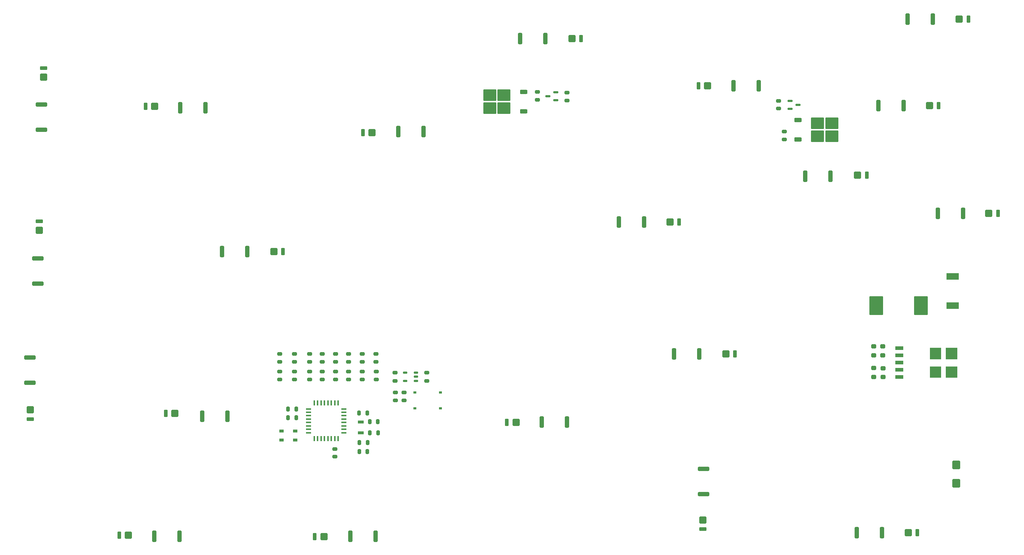
<source format=gbr>
%TF.GenerationSoftware,KiCad,Pcbnew,9.0.2*%
%TF.CreationDate,2025-05-13T16:07:20+08:00*%
%TF.ProjectId,MothBo,4d6f7468-426f-42e6-9b69-6361645f7063,5.0.0*%
%TF.SameCoordinates,Original*%
%TF.FileFunction,Paste,Top*%
%TF.FilePolarity,Positive*%
%FSLAX46Y46*%
G04 Gerber Fmt 4.6, Leading zero omitted, Abs format (unit mm)*
G04 Created by KiCad (PCBNEW 9.0.2) date 2025-05-13 16:07:20*
%MOMM*%
%LPD*%
G01*
G04 APERTURE LIST*
G04 Aperture macros list*
%AMRoundRect*
0 Rectangle with rounded corners*
0 $1 Rounding radius*
0 $2 $3 $4 $5 $6 $7 $8 $9 X,Y pos of 4 corners*
0 Add a 4 corners polygon primitive as box body*
4,1,4,$2,$3,$4,$5,$6,$7,$8,$9,$2,$3,0*
0 Add four circle primitives for the rounded corners*
1,1,$1+$1,$2,$3*
1,1,$1+$1,$4,$5*
1,1,$1+$1,$6,$7*
1,1,$1+$1,$8,$9*
0 Add four rect primitives between the rounded corners*
20,1,$1+$1,$2,$3,$4,$5,0*
20,1,$1+$1,$4,$5,$6,$7,0*
20,1,$1+$1,$6,$7,$8,$9,0*
20,1,$1+$1,$8,$9,$2,$3,0*%
G04 Aperture macros list end*
%ADD10C,0.010000*%
%ADD11RoundRect,0.200000X-0.360000X0.210000X-0.360000X-0.210000X0.360000X-0.210000X0.360000X0.210000X0*%
%ADD12RoundRect,0.200000X0.360000X-0.210000X0.360000X0.210000X-0.360000X0.210000X-0.360000X-0.210000X0*%
%ADD13RoundRect,0.200000X0.380000X-0.270000X0.380000X0.270000X-0.380000X0.270000X-0.380000X-0.270000X0*%
%ADD14RoundRect,0.200000X-0.290000X-1.140000X0.290000X-1.140000X0.290000X1.140000X-0.290000X1.140000X0*%
%ADD15RoundRect,0.200000X0.200000X0.380000X-0.200000X0.380000X-0.200000X-0.380000X0.200000X-0.380000X0*%
%ADD16R,1.840000X0.856000*%
%ADD17RoundRect,0.200000X-1.140000X0.290000X-1.140000X-0.290000X1.140000X-0.290000X1.140000X0.290000X0*%
%ADD18RoundRect,0.100000X0.500000X0.100000X-0.500000X0.100000X-0.500000X-0.100000X0.500000X-0.100000X0*%
%ADD19RoundRect,0.100000X0.100000X0.500000X-0.100000X0.500000X-0.100000X-0.500000X0.100000X-0.500000X0*%
%ADD20RoundRect,0.200000X1.140000X-0.290000X1.140000X0.290000X-1.140000X0.290000X-1.140000X-0.290000X0*%
%ADD21RoundRect,0.132000X0.308000X0.708000X-0.308000X0.708000X-0.308000X-0.708000X0.308000X-0.708000X0*%
%ADD22RoundRect,0.252000X0.588000X0.588000X-0.588000X0.588000X-0.588000X-0.588000X0.588000X-0.588000X0*%
%ADD23RoundRect,0.195000X-0.365000X0.195000X-0.365000X-0.195000X0.365000X-0.195000X0.365000X0.195000X0*%
%ADD24RoundRect,0.200000X-0.380000X0.200000X-0.380000X-0.200000X0.380000X-0.200000X0.380000X0.200000X0*%
%ADD25R,2.880000X1.600000*%
%ADD26RoundRect,0.132000X-0.308000X-0.708000X0.308000X-0.708000X0.308000X0.708000X-0.308000X0.708000X0*%
%ADD27RoundRect,0.252000X-0.588000X-0.588000X0.588000X-0.588000X0.588000X0.588000X-0.588000X0.588000X0*%
%ADD28RoundRect,0.200000X0.290000X1.140000X-0.290000X1.140000X-0.290000X-1.140000X0.290000X-1.140000X0*%
%ADD29R,1.040000X0.720000*%
%ADD30RoundRect,0.132000X0.708000X-0.308000X0.708000X0.308000X-0.708000X0.308000X-0.708000X-0.308000X0*%
%ADD31RoundRect,0.252000X0.588000X-0.588000X0.588000X0.588000X-0.588000X0.588000X-0.588000X-0.588000X0*%
%ADD32RoundRect,0.250000X1.275000X1.125000X-1.275000X1.125000X-1.275000X-1.125000X1.275000X-1.125000X0*%
%ADD33RoundRect,0.200000X0.680000X0.280000X-0.680000X0.280000X-0.680000X-0.280000X0.680000X-0.280000X0*%
%ADD34RoundRect,0.132000X-0.708000X0.308000X-0.708000X-0.308000X0.708000X-0.308000X0.708000X0.308000X0*%
%ADD35RoundRect,0.252000X-0.588000X0.588000X-0.588000X-0.588000X0.588000X-0.588000X0.588000X0.588000X0*%
%ADD36R,0.800000X0.600000*%
%ADD37RoundRect,0.118000X0.366000X0.118000X-0.366000X0.118000X-0.366000X-0.118000X0.366000X-0.118000X0*%
%ADD38RoundRect,0.200000X-0.200000X-0.380000X0.200000X-0.380000X0.200000X0.380000X-0.200000X0.380000X0*%
%ADD39RoundRect,0.200000X-0.720000X0.800000X-0.720000X-0.800000X0.720000X-0.800000X0.720000X0.800000X0*%
%ADD40RoundRect,0.120000X-0.470000X-0.120000X0.470000X-0.120000X0.470000X0.120000X-0.470000X0.120000X0*%
%ADD41RoundRect,0.200000X1.400000X2.000000X-1.400000X2.000000X-1.400000X-2.000000X1.400000X-2.000000X0*%
%ADD42R,1.440000X0.800000*%
%ADD43RoundRect,0.200000X-0.380000X0.270000X-0.380000X-0.270000X0.380000X-0.270000X0.380000X0.270000X0*%
%ADD44RoundRect,0.120000X0.470000X0.120000X-0.470000X0.120000X-0.470000X-0.120000X0.470000X-0.120000X0*%
%ADD45RoundRect,0.250000X-1.275000X-1.125000X1.275000X-1.125000X1.275000X1.125000X-1.275000X1.125000X0*%
%ADD46RoundRect,0.200000X-0.680000X-0.280000X0.680000X-0.280000X0.680000X0.280000X-0.680000X0.280000X0*%
G04 APERTURE END LIST*
D10*
%TO.C,U1*%
X249235000Y-156931342D02*
X246635000Y-156931342D01*
X246635000Y-154331342D01*
X249235000Y-154331342D01*
X249235000Y-156931342D01*
G36*
X249235000Y-156931342D02*
G01*
X246635000Y-156931342D01*
X246635000Y-154331342D01*
X249235000Y-154331342D01*
X249235000Y-156931342D01*
G37*
X249235000Y-161291342D02*
X246635000Y-161291342D01*
X246635000Y-158691342D01*
X249235000Y-158691342D01*
X249235000Y-161291342D01*
G36*
X249235000Y-161291342D02*
G01*
X246635000Y-161291342D01*
X246635000Y-158691342D01*
X249235000Y-158691342D01*
X249235000Y-161291342D01*
G37*
X253035000Y-156931342D02*
X250435000Y-156931342D01*
X250435000Y-154331342D01*
X253035000Y-154331342D01*
X253035000Y-156931342D01*
G36*
X253035000Y-156931342D02*
G01*
X250435000Y-156931342D01*
X250435000Y-154331342D01*
X253035000Y-154331342D01*
X253035000Y-156931342D01*
G37*
X253035000Y-161291342D02*
X250435000Y-161291342D01*
X250435000Y-158691342D01*
X253035000Y-158691342D01*
X253035000Y-161291342D01*
G36*
X253035000Y-161291342D02*
G01*
X250435000Y-161291342D01*
X250435000Y-158691342D01*
X253035000Y-158691342D01*
X253035000Y-161291342D01*
G37*
%TD*%
D11*
%TO.C,R52*%
X212490000Y-103563171D03*
X212490000Y-105388171D03*
%TD*%
D12*
%TO.C,R12*%
X110108571Y-161758171D03*
X110108571Y-159933171D03*
%TD*%
D13*
%TO.C,C3*%
X235670000Y-161213171D03*
X235670000Y-159138171D03*
%TD*%
D14*
%TO.C,R64*%
X217337497Y-114015672D03*
X223262501Y-114015670D03*
%TD*%
D15*
%TO.C,C16*%
X114500000Y-169650671D03*
X112600000Y-169650671D03*
%TD*%
D16*
%TO.C,U1*%
X239500000Y-154411342D03*
X239500000Y-156111342D03*
X239500000Y-157811342D03*
X239500000Y-159511342D03*
X239500000Y-161211342D03*
%TD*%
D17*
%TO.C,R56*%
X35300000Y-156578172D03*
X35300000Y-162503170D03*
%TD*%
D12*
%TO.C,R8*%
X93950000Y-161758171D03*
X93950000Y-159933171D03*
%TD*%
D18*
%TO.C,U5*%
X109025000Y-174285671D03*
X109025000Y-173485671D03*
X109025000Y-172685671D03*
X109025000Y-171885671D03*
X109025000Y-171085671D03*
X109025000Y-170285671D03*
X109025000Y-169485671D03*
X109025000Y-168685671D03*
D19*
X107650000Y-167310671D03*
X106850000Y-167310671D03*
X106050000Y-167310671D03*
X105250000Y-167310671D03*
X104450000Y-167310671D03*
X103650000Y-167310671D03*
X102850000Y-167310671D03*
X102050000Y-167310671D03*
D18*
X100675000Y-168685671D03*
X100675000Y-169485671D03*
X100675000Y-170285671D03*
X100675000Y-171085671D03*
X100675000Y-171885671D03*
X100675000Y-172685671D03*
X100675000Y-173485671D03*
X100675000Y-174285671D03*
D19*
X102050000Y-175660671D03*
X102850000Y-175660671D03*
X103650000Y-175660671D03*
X104450000Y-175660671D03*
X105250000Y-175660671D03*
X106050000Y-175660671D03*
X106850000Y-175660671D03*
X107650000Y-175660671D03*
%TD*%
D14*
%TO.C,R67*%
X150444997Y-81720671D03*
X156369999Y-81720671D03*
%TD*%
D20*
%TO.C,R55*%
X37950001Y-103118171D03*
X37950001Y-97193171D03*
%TD*%
D14*
%TO.C,R65*%
X234575164Y-97442548D03*
X240500164Y-97442548D03*
%TD*%
D21*
%TO.C,D18*%
X262649999Y-122765671D03*
D22*
X260500000Y-122765671D03*
%TD*%
D23*
%TO.C,D21*%
X97432857Y-155750671D03*
X97432857Y-157625671D03*
%TD*%
D21*
%TO.C,D3*%
X187777500Y-124765671D03*
D22*
X185627500Y-124765671D03*
%TD*%
D21*
%TO.C,D17*%
X94719999Y-131736097D03*
D22*
X92569999Y-131736097D03*
%TD*%
D24*
%TO.C,C6*%
X128500000Y-160175671D03*
X128500000Y-162075671D03*
%TD*%
D25*
%TO.C,E4*%
X251980000Y-137593171D03*
X251980000Y-144393171D03*
%TD*%
D26*
%TO.C,D20*%
X192312501Y-92765670D03*
D27*
X194462501Y-92765671D03*
%TD*%
D12*
%TO.C,R14*%
X103950953Y-161758171D03*
X103950953Y-159933171D03*
%TD*%
D28*
%TO.C,R59*%
X116412500Y-198565670D03*
X110487502Y-198565672D03*
%TD*%
D29*
%TO.C,D33*%
X97532500Y-176005671D03*
X97532500Y-173865671D03*
X94352500Y-173865671D03*
X94352500Y-176005671D03*
%TD*%
D13*
%TO.C,R5*%
X235590000Y-156093171D03*
X235590000Y-154018171D03*
%TD*%
D28*
%TO.C,R74*%
X206425000Y-92765669D03*
X200500000Y-92765671D03*
%TD*%
D26*
%TO.C,D8*%
X62396793Y-97565671D03*
D27*
X64546791Y-97565673D03*
%TD*%
D15*
%TO.C,C15*%
X114550000Y-176610671D03*
X112650000Y-176610671D03*
%TD*%
D30*
%TO.C,D19*%
X193372006Y-196915670D03*
D31*
X193372006Y-194765671D03*
%TD*%
D12*
%TO.C,R51*%
X154470000Y-96040671D03*
X154470000Y-94215671D03*
%TD*%
D26*
%TO.C,D5*%
X102160003Y-198665671D03*
D27*
X104310000Y-198665671D03*
%TD*%
D21*
%TO.C,D13*%
X164710000Y-81720671D03*
D22*
X162560000Y-81720674D03*
%TD*%
D23*
%TO.C,D23*%
X116572857Y-155730671D03*
X116572857Y-157605671D03*
%TD*%
D28*
%TO.C,R63*%
X81675000Y-170415670D03*
X75750002Y-170415674D03*
%TD*%
D11*
%TO.C,R54*%
X211130000Y-96290671D03*
X211130000Y-98115671D03*
%TD*%
D21*
%TO.C,D15*%
X255719999Y-77075671D03*
D22*
X253570000Y-77075671D03*
%TD*%
D13*
%TO.C,C2*%
X233470000Y-161163171D03*
X233470000Y-159088171D03*
%TD*%
D12*
%TO.C,R7*%
X97430000Y-161758171D03*
X97430000Y-159933171D03*
%TD*%
D32*
%TO.C,Q4*%
X146635000Y-98008171D03*
X146635000Y-94958171D03*
X143285000Y-98008171D03*
X143285000Y-94958171D03*
D33*
X151260000Y-98763171D03*
X151260000Y-94203171D03*
%TD*%
D28*
%TO.C,R68*%
X161425000Y-171765671D03*
X155500000Y-171765671D03*
%TD*%
D14*
%TO.C,R70*%
X186575000Y-155765671D03*
X192500000Y-155765671D03*
%TD*%
D26*
%TO.C,D14*%
X147312500Y-171859733D03*
D27*
X149462499Y-171859733D03*
%TD*%
D11*
%TO.C,R11*%
X106850671Y-178113171D03*
X106850671Y-179938171D03*
%TD*%
D34*
%TO.C,D1*%
X38500000Y-88615672D03*
D35*
X38500000Y-90765671D03*
%TD*%
D36*
%TO.C,SW1*%
X125680000Y-164820671D03*
X131680000Y-164820671D03*
X125680000Y-168570671D03*
X131680000Y-168570671D03*
%TD*%
D12*
%TO.C,R13*%
X107064762Y-161758171D03*
X107064762Y-159933171D03*
%TD*%
D14*
%TO.C,R69*%
X241417499Y-77075671D03*
X247342499Y-77075671D03*
%TD*%
D37*
%TO.C,U6*%
X125915000Y-162075671D03*
X125915000Y-161125671D03*
X125915000Y-160175671D03*
X123405000Y-160175671D03*
X123405000Y-162075671D03*
%TD*%
D21*
%TO.C,D11*%
X248725164Y-97442548D03*
D22*
X246575164Y-97442548D03*
%TD*%
D23*
%TO.C,D27*%
X103962857Y-155750671D03*
X103962857Y-157625671D03*
%TD*%
D38*
%TO.C,C14*%
X95920000Y-168720671D03*
X97820000Y-168720671D03*
%TD*%
D26*
%TO.C,D6*%
X56249521Y-198315672D03*
D27*
X58399521Y-198315671D03*
%TD*%
D39*
%TO.C,E2*%
X252820000Y-181845671D03*
X252820000Y-186145671D03*
%TD*%
D14*
%TO.C,R66*%
X229447499Y-197740671D03*
X235372499Y-197740671D03*
%TD*%
D26*
%TO.C,D9*%
X67172504Y-169765672D03*
D27*
X69322501Y-169765671D03*
%TD*%
D34*
%TO.C,D4*%
X37500000Y-124615672D03*
D35*
X37500000Y-126765671D03*
%TD*%
D28*
%TO.C,R60*%
X70402023Y-198565671D03*
X64477021Y-198565671D03*
%TD*%
D12*
%TO.C,R9*%
X116592381Y-161758171D03*
X116592381Y-159933171D03*
%TD*%
D21*
%TO.C,D12*%
X243749999Y-197741982D03*
D22*
X241600000Y-197741981D03*
%TD*%
D38*
%TO.C,C17*%
X95900000Y-170720671D03*
X97800000Y-170720671D03*
%TD*%
D40*
%TO.C,Q7*%
X213792500Y-96293171D03*
X213792500Y-98193171D03*
X215667500Y-97243171D03*
%TD*%
D15*
%TO.C,C10*%
X117030671Y-174295671D03*
X115130671Y-174295671D03*
%TD*%
D14*
%TO.C,R72*%
X248537499Y-122765671D03*
X254462499Y-122765671D03*
%TD*%
D15*
%TO.C,C11*%
X116990671Y-171715671D03*
X115090671Y-171715671D03*
%TD*%
D30*
%TO.C,D2*%
X35350002Y-171080670D03*
D31*
X35350001Y-168930670D03*
%TD*%
D17*
%TO.C,R73*%
X193500000Y-182803171D03*
X193500000Y-188728171D03*
%TD*%
D41*
%TO.C,L1*%
X244550000Y-144423171D03*
X234050000Y-144423171D03*
%TD*%
D21*
%TO.C,D16*%
X200877500Y-155765671D03*
D22*
X198727501Y-155765671D03*
%TD*%
D12*
%TO.C,R53*%
X161450000Y-96210671D03*
X161450000Y-94385671D03*
%TD*%
D42*
%TO.C,Y1*%
X113020671Y-171785671D03*
X113020671Y-174285671D03*
%TD*%
D26*
%TO.C,D7*%
X113472498Y-103765671D03*
D27*
X115622498Y-103765671D03*
%TD*%
D23*
%TO.C,D22*%
X93942857Y-155760671D03*
X93942857Y-157635671D03*
%TD*%
D21*
%TO.C,D10*%
X231840001Y-113765671D03*
D22*
X229690000Y-113765672D03*
%TD*%
D43*
%TO.C,R4*%
X233430000Y-154028171D03*
X233430000Y-156103171D03*
%TD*%
D20*
%TO.C,R58*%
X37150001Y-139218171D03*
X37150001Y-133293171D03*
%TD*%
D15*
%TO.C,C9*%
X114540000Y-178700671D03*
X112640000Y-178700671D03*
%TD*%
D14*
%TO.C,R57*%
X173575000Y-124765671D03*
X179500000Y-124765671D03*
%TD*%
D28*
%TO.C,R61*%
X127674999Y-103515672D03*
X121749999Y-103515672D03*
%TD*%
D44*
%TO.C,Q6*%
X158807500Y-96198171D03*
X158807500Y-94298171D03*
X156932500Y-95248171D03*
%TD*%
D12*
%TO.C,R10*%
X113360000Y-161758171D03*
X113360000Y-159933171D03*
%TD*%
D24*
%TO.C,C7*%
X121050000Y-160185671D03*
X121050000Y-162085671D03*
%TD*%
D23*
%TO.C,D24*%
X113332857Y-155750671D03*
X113332857Y-157625671D03*
%TD*%
D14*
%TO.C,R71*%
X80417499Y-131730671D03*
X86342499Y-131730671D03*
%TD*%
D23*
%TO.C,D28*%
X100932857Y-155750671D03*
X100932857Y-157625671D03*
%TD*%
D28*
%TO.C,R62*%
X76449292Y-97965669D03*
X70524292Y-97965673D03*
%TD*%
D12*
%TO.C,R6*%
X121070000Y-166648171D03*
X121070000Y-164823171D03*
%TD*%
%TO.C,R15*%
X100936190Y-161758171D03*
X100936190Y-159933171D03*
%TD*%
D45*
%TO.C,Q5*%
X220285000Y-101583171D03*
X220285000Y-104633171D03*
X223635000Y-101583171D03*
X223635000Y-104633171D03*
D46*
X215660000Y-100828171D03*
X215660000Y-105388171D03*
%TD*%
D24*
%TO.C,C8*%
X123170000Y-164825671D03*
X123170000Y-166725671D03*
%TD*%
D23*
%TO.C,D25*%
X110072857Y-155750671D03*
X110072857Y-157625671D03*
%TD*%
%TO.C,D26*%
X107052857Y-155750671D03*
X107052857Y-157625671D03*
%TD*%
M02*

</source>
